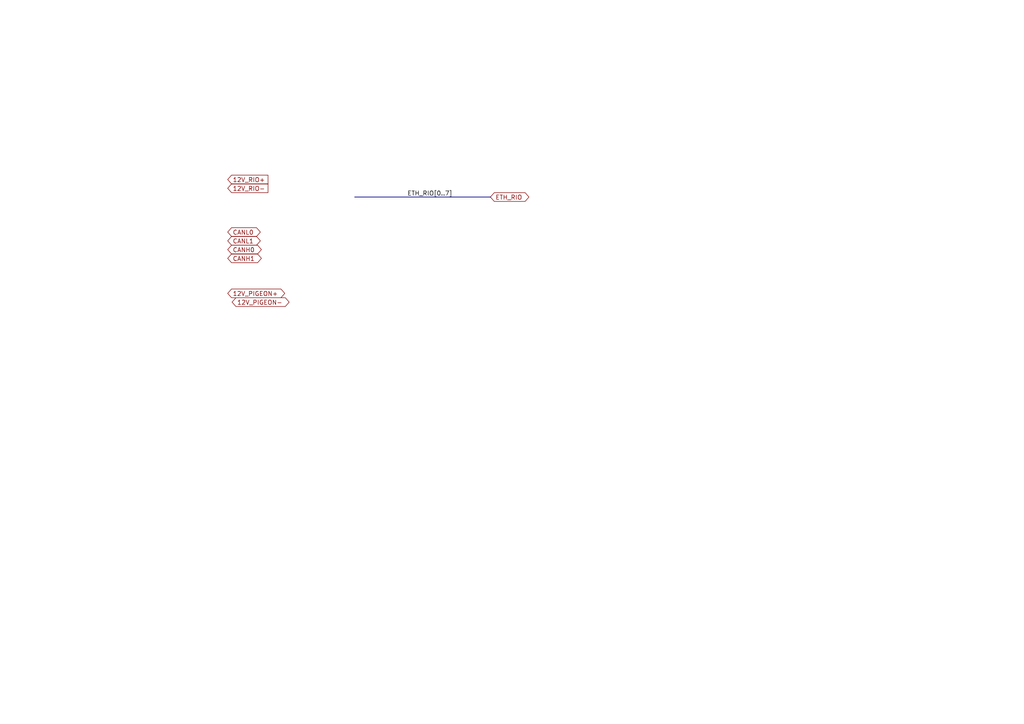
<source format=kicad_sch>
(kicad_sch
	(version 20250114)
	(generator "eeschema")
	(generator_version "9.0")
	(uuid "a2d9be9c-fff8-456c-8cdc-68b9283115af")
	(paper "A4")
	(lib_symbols)
	(bus
		(pts
			(xy 102.87 57.15) (xy 142.24 57.15)
		)
		(stroke
			(width 0.2032)
			(type default)
		)
		(uuid "a404152c-cd1c-421c-a043-53307e98cf26")
	)
	(label "ETH_RIO[0..7]"
		(at 118.11 57.15 0)
		(effects
			(font
				(size 1.27 1.27)
			)
			(justify left bottom)
		)
		(uuid "a1f96a08-3456-4d2c-8c65-ed25f7cfd71d")
	)
	(global_label "CANH1"
		(shape bidirectional)
		(at 66.04 74.93 0)
		(fields_autoplaced yes)
		(effects
			(font
				(size 1.27 1.27)
			)
			(justify left)
		)
		(uuid "28ad168d-b47a-41cc-89f8-083c3fb35955")
		(property "Intersheetrefs" "${INTERSHEET_REFS}"
			(at 76.3656 74.93 0)
			(effects
				(font
					(size 1.27 1.27)
				)
				(justify left)
				(hide yes)
			)
		)
	)
	(global_label "CANH0"
		(shape bidirectional)
		(at 66.04 72.39 0)
		(fields_autoplaced yes)
		(effects
			(font
				(size 1.27 1.27)
			)
			(justify left)
		)
		(uuid "47c25242-9e02-456e-8244-15db395d0f94")
		(property "Intersheetrefs" "${INTERSHEET_REFS}"
			(at 76.3656 72.39 0)
			(effects
				(font
					(size 1.27 1.27)
				)
				(justify left)
				(hide yes)
			)
		)
	)
	(global_label "ETH_RIO"
		(shape bidirectional)
		(at 142.24 57.15 0)
		(fields_autoplaced yes)
		(effects
			(font
				(size 1.27 1.27)
			)
			(justify left)
		)
		(uuid "982c6708-0f69-4e23-bbcd-0d77c525e650")
		(property "Intersheetrefs" "${INTERSHEET_REFS}"
			(at 153.9565 57.15 0)
			(effects
				(font
					(size 1.27 1.27)
				)
				(justify left)
				(hide yes)
			)
		)
	)
	(global_label "12V_RIO-"
		(shape input)
		(at 66.04 54.61 0)
		(fields_autoplaced yes)
		(effects
			(font
				(size 1.27 1.27)
			)
			(justify left)
		)
		(uuid "9eed2397-c653-45ed-a03f-59529ed78641")
		(property "Intersheetrefs" "${INTERSHEET_REFS}"
			(at 78.2781 54.61 0)
			(effects
				(font
					(size 1.27 1.27)
				)
				(justify left)
				(hide yes)
			)
		)
	)
	(global_label "12V_PIGEON+"
		(shape bidirectional)
		(at 66.04 85.09 0)
		(fields_autoplaced yes)
		(effects
			(font
				(size 1.27 1.27)
			)
			(justify left)
		)
		(uuid "b833dc42-36da-4b58-84d9-d01e217d46e1")
		(property "Intersheetrefs" "${INTERSHEET_REFS}"
			(at 83.1389 85.09 0)
			(effects
				(font
					(size 1.27 1.27)
				)
				(justify left)
				(hide yes)
			)
		)
	)
	(global_label "CANL0"
		(shape bidirectional)
		(at 66.04 67.31 0)
		(fields_autoplaced yes)
		(effects
			(font
				(size 1.27 1.27)
			)
			(justify left)
		)
		(uuid "d30c1af9-47ff-4bc9-85fb-ae0bca482976")
		(property "Intersheetrefs" "${INTERSHEET_REFS}"
			(at 76.0632 67.31 0)
			(effects
				(font
					(size 1.27 1.27)
				)
				(justify left)
				(hide yes)
			)
		)
	)
	(global_label "12V_PIGEON-"
		(shape bidirectional)
		(at 67.31 87.63 0)
		(fields_autoplaced yes)
		(effects
			(font
				(size 1.27 1.27)
			)
			(justify left)
		)
		(uuid "e1b8d2a6-383e-483e-bba6-c9b0979be228")
		(property "Intersheetrefs" "${INTERSHEET_REFS}"
			(at 84.4089 87.63 0)
			(effects
				(font
					(size 1.27 1.27)
				)
				(justify left)
				(hide yes)
			)
		)
	)
	(global_label "CANL1"
		(shape bidirectional)
		(at 66.04 69.85 0)
		(fields_autoplaced yes)
		(effects
			(font
				(size 1.27 1.27)
			)
			(justify left)
		)
		(uuid "ea2d8067-d728-4134-9c49-3c7a827313ec")
		(property "Intersheetrefs" "${INTERSHEET_REFS}"
			(at 76.0632 69.85 0)
			(effects
				(font
					(size 1.27 1.27)
				)
				(justify left)
				(hide yes)
			)
		)
	)
	(global_label "12V_RIO+"
		(shape input)
		(at 66.04 52.07 0)
		(fields_autoplaced yes)
		(effects
			(font
				(size 1.27 1.27)
			)
			(justify left)
		)
		(uuid "f27f194a-5f07-4f63-b4a4-c1ad20562463")
		(property "Intersheetrefs" "${INTERSHEET_REFS}"
			(at 78.2781 52.07 0)
			(effects
				(font
					(size 1.27 1.27)
				)
				(justify left)
				(hide yes)
			)
		)
	)
)

</source>
